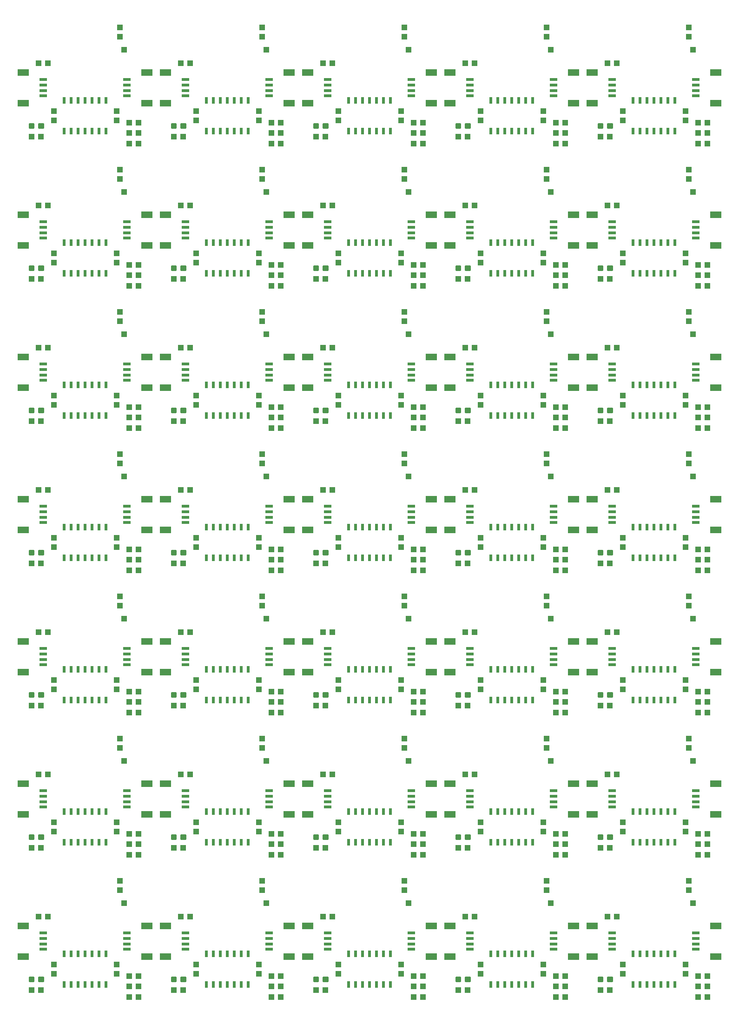
<source format=gtp>
G04 EAGLE Gerber RS-274X export*
G75*
%MOMM*%
%FSLAX34Y34*%
%LPD*%
%INSolderpaste Top*%
%IPPOS*%
%AMOC8*
5,1,8,0,0,1.08239X$1,22.5*%
G01*
%ADD10R,1.079500X1.079500*%
%ADD11R,2.000000X1.200000*%
%ADD12R,1.350000X0.600000*%
%ADD13R,1.000000X1.100000*%
%ADD14R,1.100000X1.000000*%
%ADD15R,0.600000X1.200000*%
%ADD16C,0.300000*%


D10*
X197803Y195898D03*
X456883Y195898D03*
X715963Y195898D03*
X975043Y195898D03*
X1234123Y195898D03*
X197803Y454978D03*
X456883Y454978D03*
X715963Y454978D03*
X975043Y454978D03*
X1234123Y454978D03*
X197803Y714058D03*
X456883Y714058D03*
X715963Y714058D03*
X975043Y714058D03*
X1234123Y714058D03*
X197803Y973138D03*
X456883Y973138D03*
X715963Y973138D03*
X975043Y973138D03*
X1234123Y973138D03*
X197803Y1232218D03*
X456883Y1232218D03*
X715963Y1232218D03*
X975043Y1232218D03*
X1234123Y1232218D03*
X197803Y1491298D03*
X456883Y1491298D03*
X715963Y1491298D03*
X975043Y1491298D03*
X1234123Y1491298D03*
X197803Y1750378D03*
X456883Y1750378D03*
X715963Y1750378D03*
X975043Y1750378D03*
X1234123Y1750378D03*
D11*
X239950Y99000D03*
X239950Y155000D03*
D12*
X203200Y112000D03*
X203200Y122000D03*
X203200Y132000D03*
X203200Y142000D03*
D11*
X14050Y155000D03*
X14050Y99000D03*
D12*
X50800Y142000D03*
X50800Y132000D03*
X50800Y122000D03*
X50800Y112000D03*
D13*
X184785Y84700D03*
X184785Y67700D03*
D14*
X207400Y44450D03*
X224400Y44450D03*
X207400Y63500D03*
X224400Y63500D03*
D13*
X70485Y84700D03*
X70485Y67700D03*
D15*
X165100Y104200D03*
X152400Y104200D03*
X139700Y104200D03*
X127000Y104200D03*
X114300Y104200D03*
X101600Y104200D03*
X88900Y104200D03*
X88900Y48200D03*
X101600Y48200D03*
X114300Y48200D03*
X127000Y48200D03*
X139700Y48200D03*
X152400Y48200D03*
X165100Y48200D03*
D14*
X29600Y38100D03*
X46600Y38100D03*
D16*
X43370Y53650D02*
X43370Y60650D01*
X50370Y60650D01*
X50370Y53650D01*
X43370Y53650D01*
X43370Y56500D02*
X50370Y56500D01*
X50370Y59350D02*
X43370Y59350D01*
X25830Y60650D02*
X25830Y53650D01*
X25830Y60650D02*
X32830Y60650D01*
X32830Y53650D01*
X25830Y53650D01*
X25830Y56500D02*
X32830Y56500D01*
X32830Y59350D02*
X25830Y59350D01*
D14*
X207400Y25400D03*
X224400Y25400D03*
D13*
X190500Y237100D03*
X190500Y220100D03*
D14*
X42300Y171450D03*
X59300Y171450D03*
D11*
X499030Y99000D03*
X499030Y155000D03*
D12*
X462280Y112000D03*
X462280Y122000D03*
X462280Y132000D03*
X462280Y142000D03*
D11*
X273130Y155000D03*
X273130Y99000D03*
D12*
X309880Y142000D03*
X309880Y132000D03*
X309880Y122000D03*
X309880Y112000D03*
D13*
X443865Y84700D03*
X443865Y67700D03*
D14*
X466480Y44450D03*
X483480Y44450D03*
X466480Y63500D03*
X483480Y63500D03*
D13*
X329565Y84700D03*
X329565Y67700D03*
D15*
X424180Y104200D03*
X411480Y104200D03*
X398780Y104200D03*
X386080Y104200D03*
X373380Y104200D03*
X360680Y104200D03*
X347980Y104200D03*
X347980Y48200D03*
X360680Y48200D03*
X373380Y48200D03*
X386080Y48200D03*
X398780Y48200D03*
X411480Y48200D03*
X424180Y48200D03*
D14*
X288680Y38100D03*
X305680Y38100D03*
D16*
X302450Y53650D02*
X302450Y60650D01*
X309450Y60650D01*
X309450Y53650D01*
X302450Y53650D01*
X302450Y56500D02*
X309450Y56500D01*
X309450Y59350D02*
X302450Y59350D01*
X284910Y60650D02*
X284910Y53650D01*
X284910Y60650D02*
X291910Y60650D01*
X291910Y53650D01*
X284910Y53650D01*
X284910Y56500D02*
X291910Y56500D01*
X291910Y59350D02*
X284910Y59350D01*
D14*
X466480Y25400D03*
X483480Y25400D03*
D13*
X449580Y237100D03*
X449580Y220100D03*
D14*
X301380Y171450D03*
X318380Y171450D03*
D11*
X758110Y99000D03*
X758110Y155000D03*
D12*
X721360Y112000D03*
X721360Y122000D03*
X721360Y132000D03*
X721360Y142000D03*
D11*
X532210Y155000D03*
X532210Y99000D03*
D12*
X568960Y142000D03*
X568960Y132000D03*
X568960Y122000D03*
X568960Y112000D03*
D13*
X702945Y84700D03*
X702945Y67700D03*
D14*
X725560Y44450D03*
X742560Y44450D03*
X725560Y63500D03*
X742560Y63500D03*
D13*
X588645Y84700D03*
X588645Y67700D03*
D15*
X683260Y104200D03*
X670560Y104200D03*
X657860Y104200D03*
X645160Y104200D03*
X632460Y104200D03*
X619760Y104200D03*
X607060Y104200D03*
X607060Y48200D03*
X619760Y48200D03*
X632460Y48200D03*
X645160Y48200D03*
X657860Y48200D03*
X670560Y48200D03*
X683260Y48200D03*
D14*
X547760Y38100D03*
X564760Y38100D03*
D16*
X561530Y53650D02*
X561530Y60650D01*
X568530Y60650D01*
X568530Y53650D01*
X561530Y53650D01*
X561530Y56500D02*
X568530Y56500D01*
X568530Y59350D02*
X561530Y59350D01*
X543990Y60650D02*
X543990Y53650D01*
X543990Y60650D02*
X550990Y60650D01*
X550990Y53650D01*
X543990Y53650D01*
X543990Y56500D02*
X550990Y56500D01*
X550990Y59350D02*
X543990Y59350D01*
D14*
X725560Y25400D03*
X742560Y25400D03*
D13*
X708660Y237100D03*
X708660Y220100D03*
D14*
X560460Y171450D03*
X577460Y171450D03*
D11*
X1017190Y99000D03*
X1017190Y155000D03*
D12*
X980440Y112000D03*
X980440Y122000D03*
X980440Y132000D03*
X980440Y142000D03*
D11*
X791290Y155000D03*
X791290Y99000D03*
D12*
X828040Y142000D03*
X828040Y132000D03*
X828040Y122000D03*
X828040Y112000D03*
D13*
X962025Y84700D03*
X962025Y67700D03*
D14*
X984640Y44450D03*
X1001640Y44450D03*
X984640Y63500D03*
X1001640Y63500D03*
D13*
X847725Y84700D03*
X847725Y67700D03*
D15*
X942340Y104200D03*
X929640Y104200D03*
X916940Y104200D03*
X904240Y104200D03*
X891540Y104200D03*
X878840Y104200D03*
X866140Y104200D03*
X866140Y48200D03*
X878840Y48200D03*
X891540Y48200D03*
X904240Y48200D03*
X916940Y48200D03*
X929640Y48200D03*
X942340Y48200D03*
D14*
X806840Y38100D03*
X823840Y38100D03*
D16*
X820610Y53650D02*
X820610Y60650D01*
X827610Y60650D01*
X827610Y53650D01*
X820610Y53650D01*
X820610Y56500D02*
X827610Y56500D01*
X827610Y59350D02*
X820610Y59350D01*
X803070Y60650D02*
X803070Y53650D01*
X803070Y60650D02*
X810070Y60650D01*
X810070Y53650D01*
X803070Y53650D01*
X803070Y56500D02*
X810070Y56500D01*
X810070Y59350D02*
X803070Y59350D01*
D14*
X984640Y25400D03*
X1001640Y25400D03*
D13*
X967740Y237100D03*
X967740Y220100D03*
D14*
X819540Y171450D03*
X836540Y171450D03*
D11*
X1276270Y99000D03*
X1276270Y155000D03*
D12*
X1239520Y112000D03*
X1239520Y122000D03*
X1239520Y132000D03*
X1239520Y142000D03*
D11*
X1050370Y155000D03*
X1050370Y99000D03*
D12*
X1087120Y142000D03*
X1087120Y132000D03*
X1087120Y122000D03*
X1087120Y112000D03*
D13*
X1221105Y84700D03*
X1221105Y67700D03*
D14*
X1243720Y44450D03*
X1260720Y44450D03*
X1243720Y63500D03*
X1260720Y63500D03*
D13*
X1106805Y84700D03*
X1106805Y67700D03*
D15*
X1201420Y104200D03*
X1188720Y104200D03*
X1176020Y104200D03*
X1163320Y104200D03*
X1150620Y104200D03*
X1137920Y104200D03*
X1125220Y104200D03*
X1125220Y48200D03*
X1137920Y48200D03*
X1150620Y48200D03*
X1163320Y48200D03*
X1176020Y48200D03*
X1188720Y48200D03*
X1201420Y48200D03*
D14*
X1065920Y38100D03*
X1082920Y38100D03*
D16*
X1079690Y53650D02*
X1079690Y60650D01*
X1086690Y60650D01*
X1086690Y53650D01*
X1079690Y53650D01*
X1079690Y56500D02*
X1086690Y56500D01*
X1086690Y59350D02*
X1079690Y59350D01*
X1062150Y60650D02*
X1062150Y53650D01*
X1062150Y60650D02*
X1069150Y60650D01*
X1069150Y53650D01*
X1062150Y53650D01*
X1062150Y56500D02*
X1069150Y56500D01*
X1069150Y59350D02*
X1062150Y59350D01*
D14*
X1243720Y25400D03*
X1260720Y25400D03*
D13*
X1226820Y237100D03*
X1226820Y220100D03*
D14*
X1078620Y171450D03*
X1095620Y171450D03*
D11*
X239950Y358080D03*
X239950Y414080D03*
D12*
X203200Y371080D03*
X203200Y381080D03*
X203200Y391080D03*
X203200Y401080D03*
D11*
X14050Y414080D03*
X14050Y358080D03*
D12*
X50800Y401080D03*
X50800Y391080D03*
X50800Y381080D03*
X50800Y371080D03*
D13*
X184785Y343780D03*
X184785Y326780D03*
D14*
X207400Y303530D03*
X224400Y303530D03*
X207400Y322580D03*
X224400Y322580D03*
D13*
X70485Y343780D03*
X70485Y326780D03*
D15*
X165100Y363280D03*
X152400Y363280D03*
X139700Y363280D03*
X127000Y363280D03*
X114300Y363280D03*
X101600Y363280D03*
X88900Y363280D03*
X88900Y307280D03*
X101600Y307280D03*
X114300Y307280D03*
X127000Y307280D03*
X139700Y307280D03*
X152400Y307280D03*
X165100Y307280D03*
D14*
X29600Y297180D03*
X46600Y297180D03*
D16*
X43370Y312730D02*
X43370Y319730D01*
X50370Y319730D01*
X50370Y312730D01*
X43370Y312730D01*
X43370Y315580D02*
X50370Y315580D01*
X50370Y318430D02*
X43370Y318430D01*
X25830Y319730D02*
X25830Y312730D01*
X25830Y319730D02*
X32830Y319730D01*
X32830Y312730D01*
X25830Y312730D01*
X25830Y315580D02*
X32830Y315580D01*
X32830Y318430D02*
X25830Y318430D01*
D14*
X207400Y284480D03*
X224400Y284480D03*
D13*
X190500Y496180D03*
X190500Y479180D03*
D14*
X42300Y430530D03*
X59300Y430530D03*
D11*
X499030Y358080D03*
X499030Y414080D03*
D12*
X462280Y371080D03*
X462280Y381080D03*
X462280Y391080D03*
X462280Y401080D03*
D11*
X273130Y414080D03*
X273130Y358080D03*
D12*
X309880Y401080D03*
X309880Y391080D03*
X309880Y381080D03*
X309880Y371080D03*
D13*
X443865Y343780D03*
X443865Y326780D03*
D14*
X466480Y303530D03*
X483480Y303530D03*
X466480Y322580D03*
X483480Y322580D03*
D13*
X329565Y343780D03*
X329565Y326780D03*
D15*
X424180Y363280D03*
X411480Y363280D03*
X398780Y363280D03*
X386080Y363280D03*
X373380Y363280D03*
X360680Y363280D03*
X347980Y363280D03*
X347980Y307280D03*
X360680Y307280D03*
X373380Y307280D03*
X386080Y307280D03*
X398780Y307280D03*
X411480Y307280D03*
X424180Y307280D03*
D14*
X288680Y297180D03*
X305680Y297180D03*
D16*
X302450Y312730D02*
X302450Y319730D01*
X309450Y319730D01*
X309450Y312730D01*
X302450Y312730D01*
X302450Y315580D02*
X309450Y315580D01*
X309450Y318430D02*
X302450Y318430D01*
X284910Y319730D02*
X284910Y312730D01*
X284910Y319730D02*
X291910Y319730D01*
X291910Y312730D01*
X284910Y312730D01*
X284910Y315580D02*
X291910Y315580D01*
X291910Y318430D02*
X284910Y318430D01*
D14*
X466480Y284480D03*
X483480Y284480D03*
D13*
X449580Y496180D03*
X449580Y479180D03*
D14*
X301380Y430530D03*
X318380Y430530D03*
D11*
X758110Y358080D03*
X758110Y414080D03*
D12*
X721360Y371080D03*
X721360Y381080D03*
X721360Y391080D03*
X721360Y401080D03*
D11*
X532210Y414080D03*
X532210Y358080D03*
D12*
X568960Y401080D03*
X568960Y391080D03*
X568960Y381080D03*
X568960Y371080D03*
D13*
X702945Y343780D03*
X702945Y326780D03*
D14*
X725560Y303530D03*
X742560Y303530D03*
X725560Y322580D03*
X742560Y322580D03*
D13*
X588645Y343780D03*
X588645Y326780D03*
D15*
X683260Y363280D03*
X670560Y363280D03*
X657860Y363280D03*
X645160Y363280D03*
X632460Y363280D03*
X619760Y363280D03*
X607060Y363280D03*
X607060Y307280D03*
X619760Y307280D03*
X632460Y307280D03*
X645160Y307280D03*
X657860Y307280D03*
X670560Y307280D03*
X683260Y307280D03*
D14*
X547760Y297180D03*
X564760Y297180D03*
D16*
X561530Y312730D02*
X561530Y319730D01*
X568530Y319730D01*
X568530Y312730D01*
X561530Y312730D01*
X561530Y315580D02*
X568530Y315580D01*
X568530Y318430D02*
X561530Y318430D01*
X543990Y319730D02*
X543990Y312730D01*
X543990Y319730D02*
X550990Y319730D01*
X550990Y312730D01*
X543990Y312730D01*
X543990Y315580D02*
X550990Y315580D01*
X550990Y318430D02*
X543990Y318430D01*
D14*
X725560Y284480D03*
X742560Y284480D03*
D13*
X708660Y496180D03*
X708660Y479180D03*
D14*
X560460Y430530D03*
X577460Y430530D03*
D11*
X1017190Y358080D03*
X1017190Y414080D03*
D12*
X980440Y371080D03*
X980440Y381080D03*
X980440Y391080D03*
X980440Y401080D03*
D11*
X791290Y414080D03*
X791290Y358080D03*
D12*
X828040Y401080D03*
X828040Y391080D03*
X828040Y381080D03*
X828040Y371080D03*
D13*
X962025Y343780D03*
X962025Y326780D03*
D14*
X984640Y303530D03*
X1001640Y303530D03*
X984640Y322580D03*
X1001640Y322580D03*
D13*
X847725Y343780D03*
X847725Y326780D03*
D15*
X942340Y363280D03*
X929640Y363280D03*
X916940Y363280D03*
X904240Y363280D03*
X891540Y363280D03*
X878840Y363280D03*
X866140Y363280D03*
X866140Y307280D03*
X878840Y307280D03*
X891540Y307280D03*
X904240Y307280D03*
X916940Y307280D03*
X929640Y307280D03*
X942340Y307280D03*
D14*
X806840Y297180D03*
X823840Y297180D03*
D16*
X820610Y312730D02*
X820610Y319730D01*
X827610Y319730D01*
X827610Y312730D01*
X820610Y312730D01*
X820610Y315580D02*
X827610Y315580D01*
X827610Y318430D02*
X820610Y318430D01*
X803070Y319730D02*
X803070Y312730D01*
X803070Y319730D02*
X810070Y319730D01*
X810070Y312730D01*
X803070Y312730D01*
X803070Y315580D02*
X810070Y315580D01*
X810070Y318430D02*
X803070Y318430D01*
D14*
X984640Y284480D03*
X1001640Y284480D03*
D13*
X967740Y496180D03*
X967740Y479180D03*
D14*
X819540Y430530D03*
X836540Y430530D03*
D11*
X1276270Y358080D03*
X1276270Y414080D03*
D12*
X1239520Y371080D03*
X1239520Y381080D03*
X1239520Y391080D03*
X1239520Y401080D03*
D11*
X1050370Y414080D03*
X1050370Y358080D03*
D12*
X1087120Y401080D03*
X1087120Y391080D03*
X1087120Y381080D03*
X1087120Y371080D03*
D13*
X1221105Y343780D03*
X1221105Y326780D03*
D14*
X1243720Y303530D03*
X1260720Y303530D03*
X1243720Y322580D03*
X1260720Y322580D03*
D13*
X1106805Y343780D03*
X1106805Y326780D03*
D15*
X1201420Y363280D03*
X1188720Y363280D03*
X1176020Y363280D03*
X1163320Y363280D03*
X1150620Y363280D03*
X1137920Y363280D03*
X1125220Y363280D03*
X1125220Y307280D03*
X1137920Y307280D03*
X1150620Y307280D03*
X1163320Y307280D03*
X1176020Y307280D03*
X1188720Y307280D03*
X1201420Y307280D03*
D14*
X1065920Y297180D03*
X1082920Y297180D03*
D16*
X1079690Y312730D02*
X1079690Y319730D01*
X1086690Y319730D01*
X1086690Y312730D01*
X1079690Y312730D01*
X1079690Y315580D02*
X1086690Y315580D01*
X1086690Y318430D02*
X1079690Y318430D01*
X1062150Y319730D02*
X1062150Y312730D01*
X1062150Y319730D02*
X1069150Y319730D01*
X1069150Y312730D01*
X1062150Y312730D01*
X1062150Y315580D02*
X1069150Y315580D01*
X1069150Y318430D02*
X1062150Y318430D01*
D14*
X1243720Y284480D03*
X1260720Y284480D03*
D13*
X1226820Y496180D03*
X1226820Y479180D03*
D14*
X1078620Y430530D03*
X1095620Y430530D03*
D11*
X239950Y617160D03*
X239950Y673160D03*
D12*
X203200Y630160D03*
X203200Y640160D03*
X203200Y650160D03*
X203200Y660160D03*
D11*
X14050Y673160D03*
X14050Y617160D03*
D12*
X50800Y660160D03*
X50800Y650160D03*
X50800Y640160D03*
X50800Y630160D03*
D13*
X184785Y602860D03*
X184785Y585860D03*
D14*
X207400Y562610D03*
X224400Y562610D03*
X207400Y581660D03*
X224400Y581660D03*
D13*
X70485Y602860D03*
X70485Y585860D03*
D15*
X165100Y622360D03*
X152400Y622360D03*
X139700Y622360D03*
X127000Y622360D03*
X114300Y622360D03*
X101600Y622360D03*
X88900Y622360D03*
X88900Y566360D03*
X101600Y566360D03*
X114300Y566360D03*
X127000Y566360D03*
X139700Y566360D03*
X152400Y566360D03*
X165100Y566360D03*
D14*
X29600Y556260D03*
X46600Y556260D03*
D16*
X43370Y571810D02*
X43370Y578810D01*
X50370Y578810D01*
X50370Y571810D01*
X43370Y571810D01*
X43370Y574660D02*
X50370Y574660D01*
X50370Y577510D02*
X43370Y577510D01*
X25830Y578810D02*
X25830Y571810D01*
X25830Y578810D02*
X32830Y578810D01*
X32830Y571810D01*
X25830Y571810D01*
X25830Y574660D02*
X32830Y574660D01*
X32830Y577510D02*
X25830Y577510D01*
D14*
X207400Y543560D03*
X224400Y543560D03*
D13*
X190500Y755260D03*
X190500Y738260D03*
D14*
X42300Y689610D03*
X59300Y689610D03*
D11*
X499030Y617160D03*
X499030Y673160D03*
D12*
X462280Y630160D03*
X462280Y640160D03*
X462280Y650160D03*
X462280Y660160D03*
D11*
X273130Y673160D03*
X273130Y617160D03*
D12*
X309880Y660160D03*
X309880Y650160D03*
X309880Y640160D03*
X309880Y630160D03*
D13*
X443865Y602860D03*
X443865Y585860D03*
D14*
X466480Y562610D03*
X483480Y562610D03*
X466480Y581660D03*
X483480Y581660D03*
D13*
X329565Y602860D03*
X329565Y585860D03*
D15*
X424180Y622360D03*
X411480Y622360D03*
X398780Y622360D03*
X386080Y622360D03*
X373380Y622360D03*
X360680Y622360D03*
X347980Y622360D03*
X347980Y566360D03*
X360680Y566360D03*
X373380Y566360D03*
X386080Y566360D03*
X398780Y566360D03*
X411480Y566360D03*
X424180Y566360D03*
D14*
X288680Y556260D03*
X305680Y556260D03*
D16*
X302450Y571810D02*
X302450Y578810D01*
X309450Y578810D01*
X309450Y571810D01*
X302450Y571810D01*
X302450Y574660D02*
X309450Y574660D01*
X309450Y577510D02*
X302450Y577510D01*
X284910Y578810D02*
X284910Y571810D01*
X284910Y578810D02*
X291910Y578810D01*
X291910Y571810D01*
X284910Y571810D01*
X284910Y574660D02*
X291910Y574660D01*
X291910Y577510D02*
X284910Y577510D01*
D14*
X466480Y543560D03*
X483480Y543560D03*
D13*
X449580Y755260D03*
X449580Y738260D03*
D14*
X301380Y689610D03*
X318380Y689610D03*
D11*
X758110Y617160D03*
X758110Y673160D03*
D12*
X721360Y630160D03*
X721360Y640160D03*
X721360Y650160D03*
X721360Y660160D03*
D11*
X532210Y673160D03*
X532210Y617160D03*
D12*
X568960Y660160D03*
X568960Y650160D03*
X568960Y640160D03*
X568960Y630160D03*
D13*
X702945Y602860D03*
X702945Y585860D03*
D14*
X725560Y562610D03*
X742560Y562610D03*
X725560Y581660D03*
X742560Y581660D03*
D13*
X588645Y602860D03*
X588645Y585860D03*
D15*
X683260Y622360D03*
X670560Y622360D03*
X657860Y622360D03*
X645160Y622360D03*
X632460Y622360D03*
X619760Y622360D03*
X607060Y622360D03*
X607060Y566360D03*
X619760Y566360D03*
X632460Y566360D03*
X645160Y566360D03*
X657860Y566360D03*
X670560Y566360D03*
X683260Y566360D03*
D14*
X547760Y556260D03*
X564760Y556260D03*
D16*
X561530Y571810D02*
X561530Y578810D01*
X568530Y578810D01*
X568530Y571810D01*
X561530Y571810D01*
X561530Y574660D02*
X568530Y574660D01*
X568530Y577510D02*
X561530Y577510D01*
X543990Y578810D02*
X543990Y571810D01*
X543990Y578810D02*
X550990Y578810D01*
X550990Y571810D01*
X543990Y571810D01*
X543990Y574660D02*
X550990Y574660D01*
X550990Y577510D02*
X543990Y577510D01*
D14*
X725560Y543560D03*
X742560Y543560D03*
D13*
X708660Y755260D03*
X708660Y738260D03*
D14*
X560460Y689610D03*
X577460Y689610D03*
D11*
X1017190Y617160D03*
X1017190Y673160D03*
D12*
X980440Y630160D03*
X980440Y640160D03*
X980440Y650160D03*
X980440Y660160D03*
D11*
X791290Y673160D03*
X791290Y617160D03*
D12*
X828040Y660160D03*
X828040Y650160D03*
X828040Y640160D03*
X828040Y630160D03*
D13*
X962025Y602860D03*
X962025Y585860D03*
D14*
X984640Y562610D03*
X1001640Y562610D03*
X984640Y581660D03*
X1001640Y581660D03*
D13*
X847725Y602860D03*
X847725Y585860D03*
D15*
X942340Y622360D03*
X929640Y622360D03*
X916940Y622360D03*
X904240Y622360D03*
X891540Y622360D03*
X878840Y622360D03*
X866140Y622360D03*
X866140Y566360D03*
X878840Y566360D03*
X891540Y566360D03*
X904240Y566360D03*
X916940Y566360D03*
X929640Y566360D03*
X942340Y566360D03*
D14*
X806840Y556260D03*
X823840Y556260D03*
D16*
X820610Y571810D02*
X820610Y578810D01*
X827610Y578810D01*
X827610Y571810D01*
X820610Y571810D01*
X820610Y574660D02*
X827610Y574660D01*
X827610Y577510D02*
X820610Y577510D01*
X803070Y578810D02*
X803070Y571810D01*
X803070Y578810D02*
X810070Y578810D01*
X810070Y571810D01*
X803070Y571810D01*
X803070Y574660D02*
X810070Y574660D01*
X810070Y577510D02*
X803070Y577510D01*
D14*
X984640Y543560D03*
X1001640Y543560D03*
D13*
X967740Y755260D03*
X967740Y738260D03*
D14*
X819540Y689610D03*
X836540Y689610D03*
D11*
X1276270Y617160D03*
X1276270Y673160D03*
D12*
X1239520Y630160D03*
X1239520Y640160D03*
X1239520Y650160D03*
X1239520Y660160D03*
D11*
X1050370Y673160D03*
X1050370Y617160D03*
D12*
X1087120Y660160D03*
X1087120Y650160D03*
X1087120Y640160D03*
X1087120Y630160D03*
D13*
X1221105Y602860D03*
X1221105Y585860D03*
D14*
X1243720Y562610D03*
X1260720Y562610D03*
X1243720Y581660D03*
X1260720Y581660D03*
D13*
X1106805Y602860D03*
X1106805Y585860D03*
D15*
X1201420Y622360D03*
X1188720Y622360D03*
X1176020Y622360D03*
X1163320Y622360D03*
X1150620Y622360D03*
X1137920Y622360D03*
X1125220Y622360D03*
X1125220Y566360D03*
X1137920Y566360D03*
X1150620Y566360D03*
X1163320Y566360D03*
X1176020Y566360D03*
X1188720Y566360D03*
X1201420Y566360D03*
D14*
X1065920Y556260D03*
X1082920Y556260D03*
D16*
X1079690Y571810D02*
X1079690Y578810D01*
X1086690Y578810D01*
X1086690Y571810D01*
X1079690Y571810D01*
X1079690Y574660D02*
X1086690Y574660D01*
X1086690Y577510D02*
X1079690Y577510D01*
X1062150Y578810D02*
X1062150Y571810D01*
X1062150Y578810D02*
X1069150Y578810D01*
X1069150Y571810D01*
X1062150Y571810D01*
X1062150Y574660D02*
X1069150Y574660D01*
X1069150Y577510D02*
X1062150Y577510D01*
D14*
X1243720Y543560D03*
X1260720Y543560D03*
D13*
X1226820Y755260D03*
X1226820Y738260D03*
D14*
X1078620Y689610D03*
X1095620Y689610D03*
D11*
X239950Y876240D03*
X239950Y932240D03*
D12*
X203200Y889240D03*
X203200Y899240D03*
X203200Y909240D03*
X203200Y919240D03*
D11*
X14050Y932240D03*
X14050Y876240D03*
D12*
X50800Y919240D03*
X50800Y909240D03*
X50800Y899240D03*
X50800Y889240D03*
D13*
X184785Y861940D03*
X184785Y844940D03*
D14*
X207400Y821690D03*
X224400Y821690D03*
X207400Y840740D03*
X224400Y840740D03*
D13*
X70485Y861940D03*
X70485Y844940D03*
D15*
X165100Y881440D03*
X152400Y881440D03*
X139700Y881440D03*
X127000Y881440D03*
X114300Y881440D03*
X101600Y881440D03*
X88900Y881440D03*
X88900Y825440D03*
X101600Y825440D03*
X114300Y825440D03*
X127000Y825440D03*
X139700Y825440D03*
X152400Y825440D03*
X165100Y825440D03*
D14*
X29600Y815340D03*
X46600Y815340D03*
D16*
X43370Y830890D02*
X43370Y837890D01*
X50370Y837890D01*
X50370Y830890D01*
X43370Y830890D01*
X43370Y833740D02*
X50370Y833740D01*
X50370Y836590D02*
X43370Y836590D01*
X25830Y837890D02*
X25830Y830890D01*
X25830Y837890D02*
X32830Y837890D01*
X32830Y830890D01*
X25830Y830890D01*
X25830Y833740D02*
X32830Y833740D01*
X32830Y836590D02*
X25830Y836590D01*
D14*
X207400Y802640D03*
X224400Y802640D03*
D13*
X190500Y1014340D03*
X190500Y997340D03*
D14*
X42300Y948690D03*
X59300Y948690D03*
D11*
X499030Y876240D03*
X499030Y932240D03*
D12*
X462280Y889240D03*
X462280Y899240D03*
X462280Y909240D03*
X462280Y919240D03*
D11*
X273130Y932240D03*
X273130Y876240D03*
D12*
X309880Y919240D03*
X309880Y909240D03*
X309880Y899240D03*
X309880Y889240D03*
D13*
X443865Y861940D03*
X443865Y844940D03*
D14*
X466480Y821690D03*
X483480Y821690D03*
X466480Y840740D03*
X483480Y840740D03*
D13*
X329565Y861940D03*
X329565Y844940D03*
D15*
X424180Y881440D03*
X411480Y881440D03*
X398780Y881440D03*
X386080Y881440D03*
X373380Y881440D03*
X360680Y881440D03*
X347980Y881440D03*
X347980Y825440D03*
X360680Y825440D03*
X373380Y825440D03*
X386080Y825440D03*
X398780Y825440D03*
X411480Y825440D03*
X424180Y825440D03*
D14*
X288680Y815340D03*
X305680Y815340D03*
D16*
X302450Y830890D02*
X302450Y837890D01*
X309450Y837890D01*
X309450Y830890D01*
X302450Y830890D01*
X302450Y833740D02*
X309450Y833740D01*
X309450Y836590D02*
X302450Y836590D01*
X284910Y837890D02*
X284910Y830890D01*
X284910Y837890D02*
X291910Y837890D01*
X291910Y830890D01*
X284910Y830890D01*
X284910Y833740D02*
X291910Y833740D01*
X291910Y836590D02*
X284910Y836590D01*
D14*
X466480Y802640D03*
X483480Y802640D03*
D13*
X449580Y1014340D03*
X449580Y997340D03*
D14*
X301380Y948690D03*
X318380Y948690D03*
D11*
X758110Y876240D03*
X758110Y932240D03*
D12*
X721360Y889240D03*
X721360Y899240D03*
X721360Y909240D03*
X721360Y919240D03*
D11*
X532210Y932240D03*
X532210Y876240D03*
D12*
X568960Y919240D03*
X568960Y909240D03*
X568960Y899240D03*
X568960Y889240D03*
D13*
X702945Y861940D03*
X702945Y844940D03*
D14*
X725560Y821690D03*
X742560Y821690D03*
X725560Y840740D03*
X742560Y840740D03*
D13*
X588645Y861940D03*
X588645Y844940D03*
D15*
X683260Y881440D03*
X670560Y881440D03*
X657860Y881440D03*
X645160Y881440D03*
X632460Y881440D03*
X619760Y881440D03*
X607060Y881440D03*
X607060Y825440D03*
X619760Y825440D03*
X632460Y825440D03*
X645160Y825440D03*
X657860Y825440D03*
X670560Y825440D03*
X683260Y825440D03*
D14*
X547760Y815340D03*
X564760Y815340D03*
D16*
X561530Y830890D02*
X561530Y837890D01*
X568530Y837890D01*
X568530Y830890D01*
X561530Y830890D01*
X561530Y833740D02*
X568530Y833740D01*
X568530Y836590D02*
X561530Y836590D01*
X543990Y837890D02*
X543990Y830890D01*
X543990Y837890D02*
X550990Y837890D01*
X550990Y830890D01*
X543990Y830890D01*
X543990Y833740D02*
X550990Y833740D01*
X550990Y836590D02*
X543990Y836590D01*
D14*
X725560Y802640D03*
X742560Y802640D03*
D13*
X708660Y1014340D03*
X708660Y997340D03*
D14*
X560460Y948690D03*
X577460Y948690D03*
D11*
X1017190Y876240D03*
X1017190Y932240D03*
D12*
X980440Y889240D03*
X980440Y899240D03*
X980440Y909240D03*
X980440Y919240D03*
D11*
X791290Y932240D03*
X791290Y876240D03*
D12*
X828040Y919240D03*
X828040Y909240D03*
X828040Y899240D03*
X828040Y889240D03*
D13*
X962025Y861940D03*
X962025Y844940D03*
D14*
X984640Y821690D03*
X1001640Y821690D03*
X984640Y840740D03*
X1001640Y840740D03*
D13*
X847725Y861940D03*
X847725Y844940D03*
D15*
X942340Y881440D03*
X929640Y881440D03*
X916940Y881440D03*
X904240Y881440D03*
X891540Y881440D03*
X878840Y881440D03*
X866140Y881440D03*
X866140Y825440D03*
X878840Y825440D03*
X891540Y825440D03*
X904240Y825440D03*
X916940Y825440D03*
X929640Y825440D03*
X942340Y825440D03*
D14*
X806840Y815340D03*
X823840Y815340D03*
D16*
X820610Y830890D02*
X820610Y837890D01*
X827610Y837890D01*
X827610Y830890D01*
X820610Y830890D01*
X820610Y833740D02*
X827610Y833740D01*
X827610Y836590D02*
X820610Y836590D01*
X803070Y837890D02*
X803070Y830890D01*
X803070Y837890D02*
X810070Y837890D01*
X810070Y830890D01*
X803070Y830890D01*
X803070Y833740D02*
X810070Y833740D01*
X810070Y836590D02*
X803070Y836590D01*
D14*
X984640Y802640D03*
X1001640Y802640D03*
D13*
X967740Y1014340D03*
X967740Y997340D03*
D14*
X819540Y948690D03*
X836540Y948690D03*
D11*
X1276270Y876240D03*
X1276270Y932240D03*
D12*
X1239520Y889240D03*
X1239520Y899240D03*
X1239520Y909240D03*
X1239520Y919240D03*
D11*
X1050370Y932240D03*
X1050370Y876240D03*
D12*
X1087120Y919240D03*
X1087120Y909240D03*
X1087120Y899240D03*
X1087120Y889240D03*
D13*
X1221105Y861940D03*
X1221105Y844940D03*
D14*
X1243720Y821690D03*
X1260720Y821690D03*
X1243720Y840740D03*
X1260720Y840740D03*
D13*
X1106805Y861940D03*
X1106805Y844940D03*
D15*
X1201420Y881440D03*
X1188720Y881440D03*
X1176020Y881440D03*
X1163320Y881440D03*
X1150620Y881440D03*
X1137920Y881440D03*
X1125220Y881440D03*
X1125220Y825440D03*
X1137920Y825440D03*
X1150620Y825440D03*
X1163320Y825440D03*
X1176020Y825440D03*
X1188720Y825440D03*
X1201420Y825440D03*
D14*
X1065920Y815340D03*
X1082920Y815340D03*
D16*
X1079690Y830890D02*
X1079690Y837890D01*
X1086690Y837890D01*
X1086690Y830890D01*
X1079690Y830890D01*
X1079690Y833740D02*
X1086690Y833740D01*
X1086690Y836590D02*
X1079690Y836590D01*
X1062150Y837890D02*
X1062150Y830890D01*
X1062150Y837890D02*
X1069150Y837890D01*
X1069150Y830890D01*
X1062150Y830890D01*
X1062150Y833740D02*
X1069150Y833740D01*
X1069150Y836590D02*
X1062150Y836590D01*
D14*
X1243720Y802640D03*
X1260720Y802640D03*
D13*
X1226820Y1014340D03*
X1226820Y997340D03*
D14*
X1078620Y948690D03*
X1095620Y948690D03*
D11*
X239950Y1135320D03*
X239950Y1191320D03*
D12*
X203200Y1148320D03*
X203200Y1158320D03*
X203200Y1168320D03*
X203200Y1178320D03*
D11*
X14050Y1191320D03*
X14050Y1135320D03*
D12*
X50800Y1178320D03*
X50800Y1168320D03*
X50800Y1158320D03*
X50800Y1148320D03*
D13*
X184785Y1121020D03*
X184785Y1104020D03*
D14*
X207400Y1080770D03*
X224400Y1080770D03*
X207400Y1099820D03*
X224400Y1099820D03*
D13*
X70485Y1121020D03*
X70485Y1104020D03*
D15*
X165100Y1140520D03*
X152400Y1140520D03*
X139700Y1140520D03*
X127000Y1140520D03*
X114300Y1140520D03*
X101600Y1140520D03*
X88900Y1140520D03*
X88900Y1084520D03*
X101600Y1084520D03*
X114300Y1084520D03*
X127000Y1084520D03*
X139700Y1084520D03*
X152400Y1084520D03*
X165100Y1084520D03*
D14*
X29600Y1074420D03*
X46600Y1074420D03*
D16*
X43370Y1089970D02*
X43370Y1096970D01*
X50370Y1096970D01*
X50370Y1089970D01*
X43370Y1089970D01*
X43370Y1092820D02*
X50370Y1092820D01*
X50370Y1095670D02*
X43370Y1095670D01*
X25830Y1096970D02*
X25830Y1089970D01*
X25830Y1096970D02*
X32830Y1096970D01*
X32830Y1089970D01*
X25830Y1089970D01*
X25830Y1092820D02*
X32830Y1092820D01*
X32830Y1095670D02*
X25830Y1095670D01*
D14*
X207400Y1061720D03*
X224400Y1061720D03*
D13*
X190500Y1273420D03*
X190500Y1256420D03*
D14*
X42300Y1207770D03*
X59300Y1207770D03*
D11*
X499030Y1135320D03*
X499030Y1191320D03*
D12*
X462280Y1148320D03*
X462280Y1158320D03*
X462280Y1168320D03*
X462280Y1178320D03*
D11*
X273130Y1191320D03*
X273130Y1135320D03*
D12*
X309880Y1178320D03*
X309880Y1168320D03*
X309880Y1158320D03*
X309880Y1148320D03*
D13*
X443865Y1121020D03*
X443865Y1104020D03*
D14*
X466480Y1080770D03*
X483480Y1080770D03*
X466480Y1099820D03*
X483480Y1099820D03*
D13*
X329565Y1121020D03*
X329565Y1104020D03*
D15*
X424180Y1140520D03*
X411480Y1140520D03*
X398780Y1140520D03*
X386080Y1140520D03*
X373380Y1140520D03*
X360680Y1140520D03*
X347980Y1140520D03*
X347980Y1084520D03*
X360680Y1084520D03*
X373380Y1084520D03*
X386080Y1084520D03*
X398780Y1084520D03*
X411480Y1084520D03*
X424180Y1084520D03*
D14*
X288680Y1074420D03*
X305680Y1074420D03*
D16*
X302450Y1089970D02*
X302450Y1096970D01*
X309450Y1096970D01*
X309450Y1089970D01*
X302450Y1089970D01*
X302450Y1092820D02*
X309450Y1092820D01*
X309450Y1095670D02*
X302450Y1095670D01*
X284910Y1096970D02*
X284910Y1089970D01*
X284910Y1096970D02*
X291910Y1096970D01*
X291910Y1089970D01*
X284910Y1089970D01*
X284910Y1092820D02*
X291910Y1092820D01*
X291910Y1095670D02*
X284910Y1095670D01*
D14*
X466480Y1061720D03*
X483480Y1061720D03*
D13*
X449580Y1273420D03*
X449580Y1256420D03*
D14*
X301380Y1207770D03*
X318380Y1207770D03*
D11*
X758110Y1135320D03*
X758110Y1191320D03*
D12*
X721360Y1148320D03*
X721360Y1158320D03*
X721360Y1168320D03*
X721360Y1178320D03*
D11*
X532210Y1191320D03*
X532210Y1135320D03*
D12*
X568960Y1178320D03*
X568960Y1168320D03*
X568960Y1158320D03*
X568960Y1148320D03*
D13*
X702945Y1121020D03*
X702945Y1104020D03*
D14*
X725560Y1080770D03*
X742560Y1080770D03*
X725560Y1099820D03*
X742560Y1099820D03*
D13*
X588645Y1121020D03*
X588645Y1104020D03*
D15*
X683260Y1140520D03*
X670560Y1140520D03*
X657860Y1140520D03*
X645160Y1140520D03*
X632460Y1140520D03*
X619760Y1140520D03*
X607060Y1140520D03*
X607060Y1084520D03*
X619760Y1084520D03*
X632460Y1084520D03*
X645160Y1084520D03*
X657860Y1084520D03*
X670560Y1084520D03*
X683260Y1084520D03*
D14*
X547760Y1074420D03*
X564760Y1074420D03*
D16*
X561530Y1089970D02*
X561530Y1096970D01*
X568530Y1096970D01*
X568530Y1089970D01*
X561530Y1089970D01*
X561530Y1092820D02*
X568530Y1092820D01*
X568530Y1095670D02*
X561530Y1095670D01*
X543990Y1096970D02*
X543990Y1089970D01*
X543990Y1096970D02*
X550990Y1096970D01*
X550990Y1089970D01*
X543990Y1089970D01*
X543990Y1092820D02*
X550990Y1092820D01*
X550990Y1095670D02*
X543990Y1095670D01*
D14*
X725560Y1061720D03*
X742560Y1061720D03*
D13*
X708660Y1273420D03*
X708660Y1256420D03*
D14*
X560460Y1207770D03*
X577460Y1207770D03*
D11*
X1017190Y1135320D03*
X1017190Y1191320D03*
D12*
X980440Y1148320D03*
X980440Y1158320D03*
X980440Y1168320D03*
X980440Y1178320D03*
D11*
X791290Y1191320D03*
X791290Y1135320D03*
D12*
X828040Y1178320D03*
X828040Y1168320D03*
X828040Y1158320D03*
X828040Y1148320D03*
D13*
X962025Y1121020D03*
X962025Y1104020D03*
D14*
X984640Y1080770D03*
X1001640Y1080770D03*
X984640Y1099820D03*
X1001640Y1099820D03*
D13*
X847725Y1121020D03*
X847725Y1104020D03*
D15*
X942340Y1140520D03*
X929640Y1140520D03*
X916940Y1140520D03*
X904240Y1140520D03*
X891540Y1140520D03*
X878840Y1140520D03*
X866140Y1140520D03*
X866140Y1084520D03*
X878840Y1084520D03*
X891540Y1084520D03*
X904240Y1084520D03*
X916940Y1084520D03*
X929640Y1084520D03*
X942340Y1084520D03*
D14*
X806840Y1074420D03*
X823840Y1074420D03*
D16*
X820610Y1089970D02*
X820610Y1096970D01*
X827610Y1096970D01*
X827610Y1089970D01*
X820610Y1089970D01*
X820610Y1092820D02*
X827610Y1092820D01*
X827610Y1095670D02*
X820610Y1095670D01*
X803070Y1096970D02*
X803070Y1089970D01*
X803070Y1096970D02*
X810070Y1096970D01*
X810070Y1089970D01*
X803070Y1089970D01*
X803070Y1092820D02*
X810070Y1092820D01*
X810070Y1095670D02*
X803070Y1095670D01*
D14*
X984640Y1061720D03*
X1001640Y1061720D03*
D13*
X967740Y1273420D03*
X967740Y1256420D03*
D14*
X819540Y1207770D03*
X836540Y1207770D03*
D11*
X1276270Y1135320D03*
X1276270Y1191320D03*
D12*
X1239520Y1148320D03*
X1239520Y1158320D03*
X1239520Y1168320D03*
X1239520Y1178320D03*
D11*
X1050370Y1191320D03*
X1050370Y1135320D03*
D12*
X1087120Y1178320D03*
X1087120Y1168320D03*
X1087120Y1158320D03*
X1087120Y1148320D03*
D13*
X1221105Y1121020D03*
X1221105Y1104020D03*
D14*
X1243720Y1080770D03*
X1260720Y1080770D03*
X1243720Y1099820D03*
X1260720Y1099820D03*
D13*
X1106805Y1121020D03*
X1106805Y1104020D03*
D15*
X1201420Y1140520D03*
X1188720Y1140520D03*
X1176020Y1140520D03*
X1163320Y1140520D03*
X1150620Y1140520D03*
X1137920Y1140520D03*
X1125220Y1140520D03*
X1125220Y1084520D03*
X1137920Y1084520D03*
X1150620Y1084520D03*
X1163320Y1084520D03*
X1176020Y1084520D03*
X1188720Y1084520D03*
X1201420Y1084520D03*
D14*
X1065920Y1074420D03*
X1082920Y1074420D03*
D16*
X1079690Y1089970D02*
X1079690Y1096970D01*
X1086690Y1096970D01*
X1086690Y1089970D01*
X1079690Y1089970D01*
X1079690Y1092820D02*
X1086690Y1092820D01*
X1086690Y1095670D02*
X1079690Y1095670D01*
X1062150Y1096970D02*
X1062150Y1089970D01*
X1062150Y1096970D02*
X1069150Y1096970D01*
X1069150Y1089970D01*
X1062150Y1089970D01*
X1062150Y1092820D02*
X1069150Y1092820D01*
X1069150Y1095670D02*
X1062150Y1095670D01*
D14*
X1243720Y1061720D03*
X1260720Y1061720D03*
D13*
X1226820Y1273420D03*
X1226820Y1256420D03*
D14*
X1078620Y1207770D03*
X1095620Y1207770D03*
D11*
X239950Y1394400D03*
X239950Y1450400D03*
D12*
X203200Y1407400D03*
X203200Y1417400D03*
X203200Y1427400D03*
X203200Y1437400D03*
D11*
X14050Y1450400D03*
X14050Y1394400D03*
D12*
X50800Y1437400D03*
X50800Y1427400D03*
X50800Y1417400D03*
X50800Y1407400D03*
D13*
X184785Y1380100D03*
X184785Y1363100D03*
D14*
X207400Y1339850D03*
X224400Y1339850D03*
X207400Y1358900D03*
X224400Y1358900D03*
D13*
X70485Y1380100D03*
X70485Y1363100D03*
D15*
X165100Y1399600D03*
X152400Y1399600D03*
X139700Y1399600D03*
X127000Y1399600D03*
X114300Y1399600D03*
X101600Y1399600D03*
X88900Y1399600D03*
X88900Y1343600D03*
X101600Y1343600D03*
X114300Y1343600D03*
X127000Y1343600D03*
X139700Y1343600D03*
X152400Y1343600D03*
X165100Y1343600D03*
D14*
X29600Y1333500D03*
X46600Y1333500D03*
D16*
X43370Y1349050D02*
X43370Y1356050D01*
X50370Y1356050D01*
X50370Y1349050D01*
X43370Y1349050D01*
X43370Y1351900D02*
X50370Y1351900D01*
X50370Y1354750D02*
X43370Y1354750D01*
X25830Y1356050D02*
X25830Y1349050D01*
X25830Y1356050D02*
X32830Y1356050D01*
X32830Y1349050D01*
X25830Y1349050D01*
X25830Y1351900D02*
X32830Y1351900D01*
X32830Y1354750D02*
X25830Y1354750D01*
D14*
X207400Y1320800D03*
X224400Y1320800D03*
D13*
X190500Y1532500D03*
X190500Y1515500D03*
D14*
X42300Y1466850D03*
X59300Y1466850D03*
D11*
X499030Y1394400D03*
X499030Y1450400D03*
D12*
X462280Y1407400D03*
X462280Y1417400D03*
X462280Y1427400D03*
X462280Y1437400D03*
D11*
X273130Y1450400D03*
X273130Y1394400D03*
D12*
X309880Y1437400D03*
X309880Y1427400D03*
X309880Y1417400D03*
X309880Y1407400D03*
D13*
X443865Y1380100D03*
X443865Y1363100D03*
D14*
X466480Y1339850D03*
X483480Y1339850D03*
X466480Y1358900D03*
X483480Y1358900D03*
D13*
X329565Y1380100D03*
X329565Y1363100D03*
D15*
X424180Y1399600D03*
X411480Y1399600D03*
X398780Y1399600D03*
X386080Y1399600D03*
X373380Y1399600D03*
X360680Y1399600D03*
X347980Y1399600D03*
X347980Y1343600D03*
X360680Y1343600D03*
X373380Y1343600D03*
X386080Y1343600D03*
X398780Y1343600D03*
X411480Y1343600D03*
X424180Y1343600D03*
D14*
X288680Y1333500D03*
X305680Y1333500D03*
D16*
X302450Y1349050D02*
X302450Y1356050D01*
X309450Y1356050D01*
X309450Y1349050D01*
X302450Y1349050D01*
X302450Y1351900D02*
X309450Y1351900D01*
X309450Y1354750D02*
X302450Y1354750D01*
X284910Y1356050D02*
X284910Y1349050D01*
X284910Y1356050D02*
X291910Y1356050D01*
X291910Y1349050D01*
X284910Y1349050D01*
X284910Y1351900D02*
X291910Y1351900D01*
X291910Y1354750D02*
X284910Y1354750D01*
D14*
X466480Y1320800D03*
X483480Y1320800D03*
D13*
X449580Y1532500D03*
X449580Y1515500D03*
D14*
X301380Y1466850D03*
X318380Y1466850D03*
D11*
X758110Y1394400D03*
X758110Y1450400D03*
D12*
X721360Y1407400D03*
X721360Y1417400D03*
X721360Y1427400D03*
X721360Y1437400D03*
D11*
X532210Y1450400D03*
X532210Y1394400D03*
D12*
X568960Y1437400D03*
X568960Y1427400D03*
X568960Y1417400D03*
X568960Y1407400D03*
D13*
X702945Y1380100D03*
X702945Y1363100D03*
D14*
X725560Y1339850D03*
X742560Y1339850D03*
X725560Y1358900D03*
X742560Y1358900D03*
D13*
X588645Y1380100D03*
X588645Y1363100D03*
D15*
X683260Y1399600D03*
X670560Y1399600D03*
X657860Y1399600D03*
X645160Y1399600D03*
X632460Y1399600D03*
X619760Y1399600D03*
X607060Y1399600D03*
X607060Y1343600D03*
X619760Y1343600D03*
X632460Y1343600D03*
X645160Y1343600D03*
X657860Y1343600D03*
X670560Y1343600D03*
X683260Y1343600D03*
D14*
X547760Y1333500D03*
X564760Y1333500D03*
D16*
X561530Y1349050D02*
X561530Y1356050D01*
X568530Y1356050D01*
X568530Y1349050D01*
X561530Y1349050D01*
X561530Y1351900D02*
X568530Y1351900D01*
X568530Y1354750D02*
X561530Y1354750D01*
X543990Y1356050D02*
X543990Y1349050D01*
X543990Y1356050D02*
X550990Y1356050D01*
X550990Y1349050D01*
X543990Y1349050D01*
X543990Y1351900D02*
X550990Y1351900D01*
X550990Y1354750D02*
X543990Y1354750D01*
D14*
X725560Y1320800D03*
X742560Y1320800D03*
D13*
X708660Y1532500D03*
X708660Y1515500D03*
D14*
X560460Y1466850D03*
X577460Y1466850D03*
D11*
X1017190Y1394400D03*
X1017190Y1450400D03*
D12*
X980440Y1407400D03*
X980440Y1417400D03*
X980440Y1427400D03*
X980440Y1437400D03*
D11*
X791290Y1450400D03*
X791290Y1394400D03*
D12*
X828040Y1437400D03*
X828040Y1427400D03*
X828040Y1417400D03*
X828040Y1407400D03*
D13*
X962025Y1380100D03*
X962025Y1363100D03*
D14*
X984640Y1339850D03*
X1001640Y1339850D03*
X984640Y1358900D03*
X1001640Y1358900D03*
D13*
X847725Y1380100D03*
X847725Y1363100D03*
D15*
X942340Y1399600D03*
X929640Y1399600D03*
X916940Y1399600D03*
X904240Y1399600D03*
X891540Y1399600D03*
X878840Y1399600D03*
X866140Y1399600D03*
X866140Y1343600D03*
X878840Y1343600D03*
X891540Y1343600D03*
X904240Y1343600D03*
X916940Y1343600D03*
X929640Y1343600D03*
X942340Y1343600D03*
D14*
X806840Y1333500D03*
X823840Y1333500D03*
D16*
X820610Y1349050D02*
X820610Y1356050D01*
X827610Y1356050D01*
X827610Y1349050D01*
X820610Y1349050D01*
X820610Y1351900D02*
X827610Y1351900D01*
X827610Y1354750D02*
X820610Y1354750D01*
X803070Y1356050D02*
X803070Y1349050D01*
X803070Y1356050D02*
X810070Y1356050D01*
X810070Y1349050D01*
X803070Y1349050D01*
X803070Y1351900D02*
X810070Y1351900D01*
X810070Y1354750D02*
X803070Y1354750D01*
D14*
X984640Y1320800D03*
X1001640Y1320800D03*
D13*
X967740Y1532500D03*
X967740Y1515500D03*
D14*
X819540Y1466850D03*
X836540Y1466850D03*
D11*
X1276270Y1394400D03*
X1276270Y1450400D03*
D12*
X1239520Y1407400D03*
X1239520Y1417400D03*
X1239520Y1427400D03*
X1239520Y1437400D03*
D11*
X1050370Y1450400D03*
X1050370Y1394400D03*
D12*
X1087120Y1437400D03*
X1087120Y1427400D03*
X1087120Y1417400D03*
X1087120Y1407400D03*
D13*
X1221105Y1380100D03*
X1221105Y1363100D03*
D14*
X1243720Y1339850D03*
X1260720Y1339850D03*
X1243720Y1358900D03*
X1260720Y1358900D03*
D13*
X1106805Y1380100D03*
X1106805Y1363100D03*
D15*
X1201420Y1399600D03*
X1188720Y1399600D03*
X1176020Y1399600D03*
X1163320Y1399600D03*
X1150620Y1399600D03*
X1137920Y1399600D03*
X1125220Y1399600D03*
X1125220Y1343600D03*
X1137920Y1343600D03*
X1150620Y1343600D03*
X1163320Y1343600D03*
X1176020Y1343600D03*
X1188720Y1343600D03*
X1201420Y1343600D03*
D14*
X1065920Y1333500D03*
X1082920Y1333500D03*
D16*
X1079690Y1349050D02*
X1079690Y1356050D01*
X1086690Y1356050D01*
X1086690Y1349050D01*
X1079690Y1349050D01*
X1079690Y1351900D02*
X1086690Y1351900D01*
X1086690Y1354750D02*
X1079690Y1354750D01*
X1062150Y1356050D02*
X1062150Y1349050D01*
X1062150Y1356050D02*
X1069150Y1356050D01*
X1069150Y1349050D01*
X1062150Y1349050D01*
X1062150Y1351900D02*
X1069150Y1351900D01*
X1069150Y1354750D02*
X1062150Y1354750D01*
D14*
X1243720Y1320800D03*
X1260720Y1320800D03*
D13*
X1226820Y1532500D03*
X1226820Y1515500D03*
D14*
X1078620Y1466850D03*
X1095620Y1466850D03*
D11*
X239950Y1653480D03*
X239950Y1709480D03*
D12*
X203200Y1666480D03*
X203200Y1676480D03*
X203200Y1686480D03*
X203200Y1696480D03*
D11*
X14050Y1709480D03*
X14050Y1653480D03*
D12*
X50800Y1696480D03*
X50800Y1686480D03*
X50800Y1676480D03*
X50800Y1666480D03*
D13*
X184785Y1639180D03*
X184785Y1622180D03*
D14*
X207400Y1598930D03*
X224400Y1598930D03*
X207400Y1617980D03*
X224400Y1617980D03*
D13*
X70485Y1639180D03*
X70485Y1622180D03*
D15*
X165100Y1658680D03*
X152400Y1658680D03*
X139700Y1658680D03*
X127000Y1658680D03*
X114300Y1658680D03*
X101600Y1658680D03*
X88900Y1658680D03*
X88900Y1602680D03*
X101600Y1602680D03*
X114300Y1602680D03*
X127000Y1602680D03*
X139700Y1602680D03*
X152400Y1602680D03*
X165100Y1602680D03*
D14*
X29600Y1592580D03*
X46600Y1592580D03*
D16*
X43370Y1608130D02*
X43370Y1615130D01*
X50370Y1615130D01*
X50370Y1608130D01*
X43370Y1608130D01*
X43370Y1610980D02*
X50370Y1610980D01*
X50370Y1613830D02*
X43370Y1613830D01*
X25830Y1615130D02*
X25830Y1608130D01*
X25830Y1615130D02*
X32830Y1615130D01*
X32830Y1608130D01*
X25830Y1608130D01*
X25830Y1610980D02*
X32830Y1610980D01*
X32830Y1613830D02*
X25830Y1613830D01*
D14*
X207400Y1579880D03*
X224400Y1579880D03*
D13*
X190500Y1791580D03*
X190500Y1774580D03*
D14*
X42300Y1725930D03*
X59300Y1725930D03*
D11*
X499030Y1653480D03*
X499030Y1709480D03*
D12*
X462280Y1666480D03*
X462280Y1676480D03*
X462280Y1686480D03*
X462280Y1696480D03*
D11*
X273130Y1709480D03*
X273130Y1653480D03*
D12*
X309880Y1696480D03*
X309880Y1686480D03*
X309880Y1676480D03*
X309880Y1666480D03*
D13*
X443865Y1639180D03*
X443865Y1622180D03*
D14*
X466480Y1598930D03*
X483480Y1598930D03*
X466480Y1617980D03*
X483480Y1617980D03*
D13*
X329565Y1639180D03*
X329565Y1622180D03*
D15*
X424180Y1658680D03*
X411480Y1658680D03*
X398780Y1658680D03*
X386080Y1658680D03*
X373380Y1658680D03*
X360680Y1658680D03*
X347980Y1658680D03*
X347980Y1602680D03*
X360680Y1602680D03*
X373380Y1602680D03*
X386080Y1602680D03*
X398780Y1602680D03*
X411480Y1602680D03*
X424180Y1602680D03*
D14*
X288680Y1592580D03*
X305680Y1592580D03*
D16*
X302450Y1608130D02*
X302450Y1615130D01*
X309450Y1615130D01*
X309450Y1608130D01*
X302450Y1608130D01*
X302450Y1610980D02*
X309450Y1610980D01*
X309450Y1613830D02*
X302450Y1613830D01*
X284910Y1615130D02*
X284910Y1608130D01*
X284910Y1615130D02*
X291910Y1615130D01*
X291910Y1608130D01*
X284910Y1608130D01*
X284910Y1610980D02*
X291910Y1610980D01*
X291910Y1613830D02*
X284910Y1613830D01*
D14*
X466480Y1579880D03*
X483480Y1579880D03*
D13*
X449580Y1791580D03*
X449580Y1774580D03*
D14*
X301380Y1725930D03*
X318380Y1725930D03*
D11*
X758110Y1653480D03*
X758110Y1709480D03*
D12*
X721360Y1666480D03*
X721360Y1676480D03*
X721360Y1686480D03*
X721360Y1696480D03*
D11*
X532210Y1709480D03*
X532210Y1653480D03*
D12*
X568960Y1696480D03*
X568960Y1686480D03*
X568960Y1676480D03*
X568960Y1666480D03*
D13*
X702945Y1639180D03*
X702945Y1622180D03*
D14*
X725560Y1598930D03*
X742560Y1598930D03*
X725560Y1617980D03*
X742560Y1617980D03*
D13*
X588645Y1639180D03*
X588645Y1622180D03*
D15*
X683260Y1658680D03*
X670560Y1658680D03*
X657860Y1658680D03*
X645160Y1658680D03*
X632460Y1658680D03*
X619760Y1658680D03*
X607060Y1658680D03*
X607060Y1602680D03*
X619760Y1602680D03*
X632460Y1602680D03*
X645160Y1602680D03*
X657860Y1602680D03*
X670560Y1602680D03*
X683260Y1602680D03*
D14*
X547760Y1592580D03*
X564760Y1592580D03*
D16*
X561530Y1608130D02*
X561530Y1615130D01*
X568530Y1615130D01*
X568530Y1608130D01*
X561530Y1608130D01*
X561530Y1610980D02*
X568530Y1610980D01*
X568530Y1613830D02*
X561530Y1613830D01*
X543990Y1615130D02*
X543990Y1608130D01*
X543990Y1615130D02*
X550990Y1615130D01*
X550990Y1608130D01*
X543990Y1608130D01*
X543990Y1610980D02*
X550990Y1610980D01*
X550990Y1613830D02*
X543990Y1613830D01*
D14*
X725560Y1579880D03*
X742560Y1579880D03*
D13*
X708660Y1791580D03*
X708660Y1774580D03*
D14*
X560460Y1725930D03*
X577460Y1725930D03*
D11*
X1017190Y1653480D03*
X1017190Y1709480D03*
D12*
X980440Y1666480D03*
X980440Y1676480D03*
X980440Y1686480D03*
X980440Y1696480D03*
D11*
X791290Y1709480D03*
X791290Y1653480D03*
D12*
X828040Y1696480D03*
X828040Y1686480D03*
X828040Y1676480D03*
X828040Y1666480D03*
D13*
X962025Y1639180D03*
X962025Y1622180D03*
D14*
X984640Y1598930D03*
X1001640Y1598930D03*
X984640Y1617980D03*
X1001640Y1617980D03*
D13*
X847725Y1639180D03*
X847725Y1622180D03*
D15*
X942340Y1658680D03*
X929640Y1658680D03*
X916940Y1658680D03*
X904240Y1658680D03*
X891540Y1658680D03*
X878840Y1658680D03*
X866140Y1658680D03*
X866140Y1602680D03*
X878840Y1602680D03*
X891540Y1602680D03*
X904240Y1602680D03*
X916940Y1602680D03*
X929640Y1602680D03*
X942340Y1602680D03*
D14*
X806840Y1592580D03*
X823840Y1592580D03*
D16*
X820610Y1608130D02*
X820610Y1615130D01*
X827610Y1615130D01*
X827610Y1608130D01*
X820610Y1608130D01*
X820610Y1610980D02*
X827610Y1610980D01*
X827610Y1613830D02*
X820610Y1613830D01*
X803070Y1615130D02*
X803070Y1608130D01*
X803070Y1615130D02*
X810070Y1615130D01*
X810070Y1608130D01*
X803070Y1608130D01*
X803070Y1610980D02*
X810070Y1610980D01*
X810070Y1613830D02*
X803070Y1613830D01*
D14*
X984640Y1579880D03*
X1001640Y1579880D03*
D13*
X967740Y1791580D03*
X967740Y1774580D03*
D14*
X819540Y1725930D03*
X836540Y1725930D03*
D11*
X1276270Y1653480D03*
X1276270Y1709480D03*
D12*
X1239520Y1666480D03*
X1239520Y1676480D03*
X1239520Y1686480D03*
X1239520Y1696480D03*
D11*
X1050370Y1709480D03*
X1050370Y1653480D03*
D12*
X1087120Y1696480D03*
X1087120Y1686480D03*
X1087120Y1676480D03*
X1087120Y1666480D03*
D13*
X1221105Y1639180D03*
X1221105Y1622180D03*
D14*
X1243720Y1598930D03*
X1260720Y1598930D03*
X1243720Y1617980D03*
X1260720Y1617980D03*
D13*
X1106805Y1639180D03*
X1106805Y1622180D03*
D15*
X1201420Y1658680D03*
X1188720Y1658680D03*
X1176020Y1658680D03*
X1163320Y1658680D03*
X1150620Y1658680D03*
X1137920Y1658680D03*
X1125220Y1658680D03*
X1125220Y1602680D03*
X1137920Y1602680D03*
X1150620Y1602680D03*
X1163320Y1602680D03*
X1176020Y1602680D03*
X1188720Y1602680D03*
X1201420Y1602680D03*
D14*
X1065920Y1592580D03*
X1082920Y1592580D03*
D16*
X1079690Y1608130D02*
X1079690Y1615130D01*
X1086690Y1615130D01*
X1086690Y1608130D01*
X1079690Y1608130D01*
X1079690Y1610980D02*
X1086690Y1610980D01*
X1086690Y1613830D02*
X1079690Y1613830D01*
X1062150Y1615130D02*
X1062150Y1608130D01*
X1062150Y1615130D02*
X1069150Y1615130D01*
X1069150Y1608130D01*
X1062150Y1608130D01*
X1062150Y1610980D02*
X1069150Y1610980D01*
X1069150Y1613830D02*
X1062150Y1613830D01*
D14*
X1243720Y1579880D03*
X1260720Y1579880D03*
D13*
X1226820Y1791580D03*
X1226820Y1774580D03*
D14*
X1078620Y1725930D03*
X1095620Y1725930D03*
M02*

</source>
